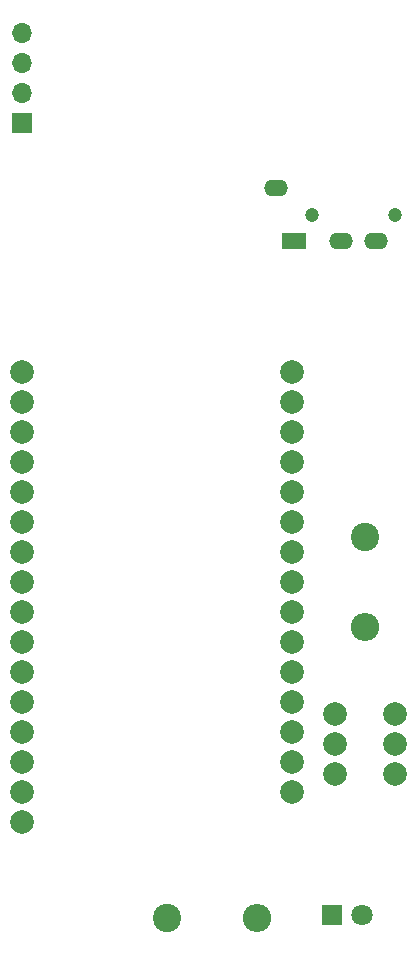
<source format=gbr>
%TF.GenerationSoftware,KiCad,Pcbnew,9.0.2*%
%TF.CreationDate,2025-05-28T09:58:12-07:00*%
%TF.ProjectId,AnalogIn,416e616c-6f67-4496-9e2e-6b696361645f,rev?*%
%TF.SameCoordinates,Original*%
%TF.FileFunction,Soldermask,Top*%
%TF.FilePolarity,Negative*%
%FSLAX46Y46*%
G04 Gerber Fmt 4.6, Leading zero omitted, Abs format (unit mm)*
G04 Created by KiCad (PCBNEW 9.0.2) date 2025-05-28 09:58:12*
%MOMM*%
%LPD*%
G01*
G04 APERTURE LIST*
%ADD10C,2.000000*%
%ADD11C,1.200000*%
%ADD12O,2.000000X1.400000*%
%ADD13R,2.000000X1.400000*%
%ADD14R,1.700000X1.700000*%
%ADD15O,1.700000X1.700000*%
%ADD16R,1.800000X1.800000*%
%ADD17C,1.800000*%
%ADD18C,2.400000*%
%ADD19O,2.400000X2.400000*%
G04 APERTURE END LIST*
D10*
%TO.C,M1*%
X160401000Y-110769400D03*
X160401000Y-108229400D03*
X160401000Y-105689400D03*
X160401000Y-103149400D03*
X160401000Y-100609400D03*
X160401000Y-98069400D03*
X160401000Y-95529400D03*
X160401000Y-92989400D03*
X160401000Y-90449400D03*
X160401000Y-87909400D03*
X160401000Y-85369400D03*
X160401000Y-82829400D03*
X160401000Y-80289400D03*
X160401000Y-77749400D03*
X160401000Y-75209400D03*
X160401000Y-72669400D03*
X183261000Y-108229400D03*
X183261000Y-105689400D03*
X183261000Y-103149400D03*
X183261000Y-100609400D03*
X183261000Y-98069400D03*
X183261000Y-95529400D03*
X183261000Y-92989400D03*
X183261000Y-90449400D03*
X183261000Y-87909400D03*
X183261000Y-85369400D03*
X183261000Y-82829400D03*
X183261000Y-80289400D03*
X183261000Y-77749400D03*
X183261000Y-75209400D03*
X183261000Y-72669400D03*
%TD*%
D11*
%TO.C,J1*%
X192010000Y-59340000D03*
X185010000Y-59340000D03*
D12*
X187410000Y-61540000D03*
X190410000Y-61540000D03*
X181910000Y-57040000D03*
D13*
X183410000Y-61540000D03*
%TD*%
D14*
%TO.C,J2*%
X160451800Y-51536600D03*
D15*
X160451800Y-48996600D03*
X160451800Y-46456600D03*
X160451800Y-43916600D03*
%TD*%
D16*
%TO.C,D2*%
X186690000Y-118618000D03*
D17*
X189230000Y-118618000D03*
%TD*%
D18*
%TO.C,R1*%
X189484000Y-86614000D03*
D19*
X189484000Y-94234000D03*
%TD*%
D18*
%TO.C,R2*%
X172720000Y-118872000D03*
D19*
X180340000Y-118872000D03*
%TD*%
D10*
%TO.C,SW1*%
X186944000Y-101600000D03*
X186944000Y-104140000D03*
X186944000Y-106680000D03*
X192024000Y-106680000D03*
X192024000Y-104140000D03*
X192024000Y-101600000D03*
%TD*%
M02*

</source>
